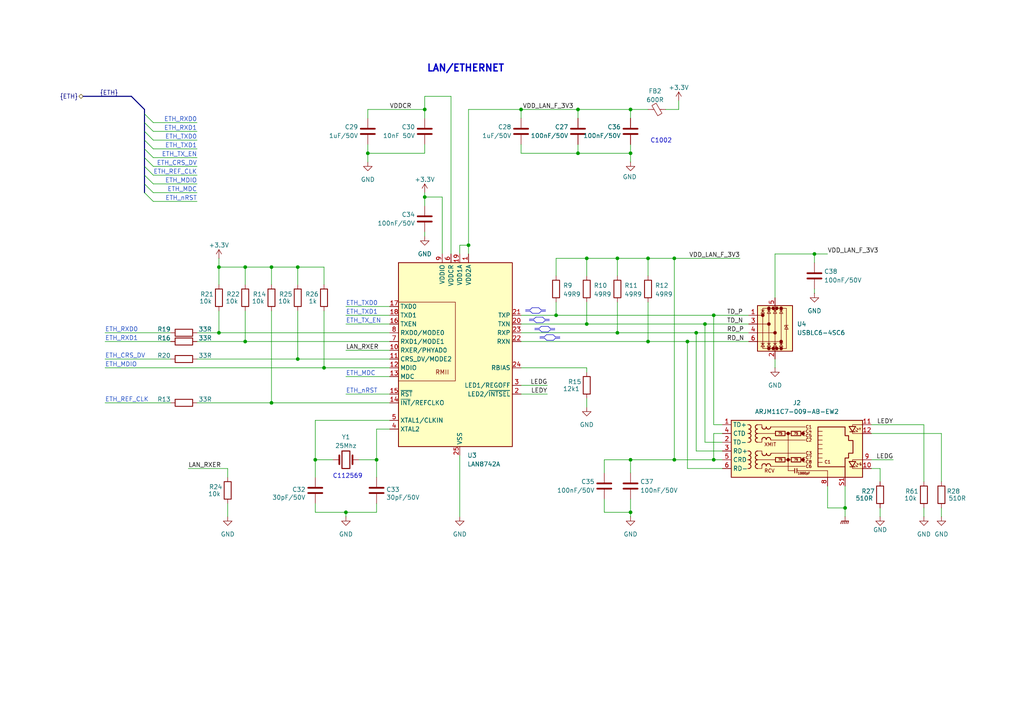
<source format=kicad_sch>
(kicad_sch (version 20250114) (generator "eeschema") (generator_version "9.0")
  (paper "A4")
  (lib_symbols
    (symbol "1-Capacitor:C_0805" (pin_numbers (hide yes)) (pin_names (offset 0.254))
      (property "Reference" "C" (at 0.635 2.54 0))
      (property "Value" "C_0805" (at 0.635 -2.54 0))
      (symbol "C_0805_0_1"
        (polyline (pts (xy -2.032 0.762) (xy 2.032 0.762)) (stroke (width 0.508)))
        (polyline (pts (xy -2.032 -0.762) (xy 2.032 -0.762)) (stroke (width 0.508)))
      )
      (symbol "C_0805_1_1"
        (pin passive line (at 0 3.81 270) (length 2.794) (name "~") (number "1"))
        (pin passive line (at 0 -3.81 90) (length 2.794) (name "~") (number "2"))
      )
    )
    (symbol "Device:Crystal" (pin_numbers (hide yes)) (pin_names (offset 1.016) (hide yes))
      (property "Reference" "Y" (at 0 3.81 0))
      (property "Value" "Crystal" (at 0 -3.81 0))
      (symbol "Crystal_0_1"
        (polyline (pts (xy -2.54 0) (xy -1.905 0)))
        (polyline (pts (xy -1.905 -1.27) (xy -1.905 1.27)) (stroke (width 0.508)))
        (rectangle (start -1.143 2.54) (end 1.143 -2.54) (stroke (width 0.3048)))
        (polyline (pts (xy 1.905 -1.27) (xy 1.905 1.27)) (stroke (width 0.508)))
        (polyline (pts (xy 2.54 0) (xy 1.905 0)))
      )
      (symbol "Crystal_1_1"
        (pin passive line (at -3.81 0 0) (length 1.27) (name "1") (number "1"))
        (pin passive line (at 3.81 0 180) (length 1.27) (name "2") (number "2"))
      )
    )
    (symbol "Device:FerriteBead_Small" (pin_numbers (hide yes)) (pin_names (offset 0))
      (property "Reference" "FB" (at 1.905 1.27 0))
      (property "Value" "FerriteBead_Small" (at 1.905 -1.27 0))
      (symbol "FerriteBead_Small_0_1"
        (polyline (pts (xy -1.8288 0.2794) (xy -1.1176 1.4986) (xy 1.8288 -0.2032) (xy 1.1176 -1.4224) (xy -1.8288 0.2794)))
        (polyline (pts (xy 0 0.889) (xy 0 1.2954)))
        (polyline (pts (xy 0 -1.27) (xy 0 -0.7874)))
      )
      (symbol "FerriteBead_Small_1_1"
        (pin passive line (at 0 2.54 270) (length 1.27) (name "~") (number "1"))
        (pin passive line (at 0 -2.54 90) (length 1.27) (name "~") (number "2"))
      )
    )
    (symbol "Device:R" (pin_numbers (hide yes)) (pin_names (offset 0))
      (property "Reference" "R" (at 2.032 0 90))
      (property "Value" "R" (at 0 0 90))
      (symbol "R_0_1"
        (rectangle (start -1.016 -2.54) (end 1.016 2.54) (stroke (width 0.254)))
      )
      (symbol "R_1_1"
        (pin passive line (at 0 3.81 270) (length 1.27) (name "~") (number "1"))
        (pin passive line (at 0 -3.81 90) (length 1.27) (name "~") (number "2"))
      )
    )
    (symbol "Interface_Ethernet:LAN8742A"
      (property "Reference" "U" (at -13.97 29.21 0))
      (property "Value" "LAN8742A" (at 15.24 29.21 0))
      (symbol "LAN8742A_0_0"
        (text "RMII" (at -5.08 -3.81 0) (effects (font (size 1.27 1.27))))
      )
      (symbol "LAN8742A_0_1"
        (rectangle (start -17.78 27.94) (end 15.24 -25.4) (stroke (width 0.254)) (fill (type background)))
        (polyline (pts (xy -17.78 -6.35) (xy -1.27 -6.35) (xy -1.27 16.51) (xy -17.78 16.51)))
      )
      (symbol "LAN8742A_1_1"
        (pin input line (at -20.32 15.24 0) (length 2.54) (name "TXD0") (number "17"))
        (pin input line (at -20.32 12.7 0) (length 2.54) (name "TXD1") (number "18"))
        (pin input line (at -20.32 10.16 0) (length 2.54) (name "TXEN") (number "16"))
        (pin bidirectional line (at -20.32 7.62 0) (length 2.54) (name "RXD0/MODE0") (number "8"))
        (pin bidirectional line (at -20.32 5.08 0) (length 2.54) (name "RXD1/MODE1") (number "7"))
        (pin output line (at -20.32 2.54 0) (length 2.54) (name "RXER/PHYAD0") (number "10"))
        (pin bidirectional line (at -20.32 0 0) (length 2.54) (name "CRS_DV/MODE2") (number "11"))
        (pin bidirectional line (at -20.32 -2.54 0) (length 2.54) (name "MDIO") (number "12"))
        (pin input line (at -20.32 -5.08 0) (length 2.54) (name "MDC") (number "13"))
        (pin input line (at -20.32 -10.16 0) (length 2.54) (name "~{RST}") (number "15"))
        (pin output line (at -20.32 -12.7 0) (length 2.54) (name "~{INT}/REFCLKO") (number "14"))
        (pin input line (at -20.32 -17.78 0) (length 2.54) (name "XTAL1/CLKIN") (number "5"))
        (pin output line (at -20.32 -20.32 0) (length 2.54) (name "XTAL2") (number "4"))
        (pin power_in line (at -5.08 30.48 270) (length 2.54) (name "VDDIO") (number "9"))
        (pin power_in line (at -2.54 30.48 270) (length 2.54) (name "VDDCR") (number "6"))
        (pin power_in line (at 0 30.48 270) (length 2.54) (name "VDD1A") (number "19"))
        (pin power_in line (at 0 -27.94 90) (length 2.54) (name "VSS") (number "25"))
        (pin power_in line (at 2.54 30.48 270) (length 2.54) (name "VDD2A") (number "1"))
        (pin passive line (at 17.78 12.7 180) (length 2.54) (name "TXP") (number "21"))
        (pin passive line (at 17.78 10.16 180) (length 2.54) (name "TXN") (number "20"))
        (pin passive line (at 17.78 7.62 180) (length 2.54) (name "RXP") (number "23"))
        (pin passive line (at 17.78 5.08 180) (length 2.54) (name "RXN") (number "22"))
        (pin passive line (at 17.78 -2.54 180) (length 2.54) (name "RBIAS") (number "24"))
        (pin bidirectional line (at 17.78 -7.62 180) (length 2.54) (name "LED1/REGOFF") (number "3"))
        (pin bidirectional line (at 17.78 -10.16 180) (length 2.54) (name "LED2/~{INTSEL}") (number "2"))
      )
    )
    (symbol "LIB_SCH_COM:ARJM11C7-009-AB-EW2"
      (property "Reference" "J" (at 17.78 10.16 0))
      (property "Value" "ARJM11C7-009-AB-EW2" (at -6.35 10.16 0))
      (symbol "ARJM11C7-009-AB-EW2_0_0"
        (circle (center -1.27 5.08) (radius 0.0001) (stroke (width 0.508)))
        (polyline (pts (xy -1.27 5.08) (xy -1.27 -5.715)))
        (circle (center -1.27 -2.54) (radius 0.0001) (stroke (width 0.508)))
        (polyline (pts (xy 0.635 -5.08) (xy 0.635 -6.35)) (stroke (width 0.254)))
        (polyline (pts (xy 1.27 -5.08) (xy 1.27 -6.35)) (stroke (width 0.254)))
        (polyline (pts (xy 3.048 5.08) (xy 2.54 5.08)))
        (circle (center 3.048 5.08) (radius 0.0001) (stroke (width 0.508)))
        (polyline (pts (xy 3.048 -2.54) (xy 2.54 -2.54)))
        (circle (center 3.048 -2.54) (radius 0.0001) (stroke (width 0.508)))
        (polyline (pts (xy 3.683 5.715) (xy 3.048 5.715) (xy 3.048 4.445) (xy 3.683 4.445)))
        (polyline (pts (xy 3.683 -1.905) (xy 3.048 -1.905) (xy 3.048 -3.175) (xy 3.683 -3.175)))
        (polyline (pts (xy 17.399 7.112) (xy 17.399 7.62) (xy 20.32 7.62)))
        (polyline (pts (xy 17.399 -3.048) (xy 17.399 -2.54) (xy 20.32 -2.54)))
        (polyline (pts (xy 20.32 5.08) (xy 17.399 5.08) (xy 17.399 5.588)))
        (polyline (pts (xy 20.32 -5.08) (xy 17.399 -5.08) (xy 17.399 -4.572)))
        (text "XMIT" (at -8.255 1.905 0) (effects (font (size 1.016 1.016)) (justify left)))
        (text "RCV" (at -8.255 -5.715 0) (effects (font (size 1.016 1.016)) (justify left)))
        (text "C1" (at 4.699 6.985 0) (effects (font (size 0.889 0.889))))
        (text "C4" (at 4.699 5.715 0) (effects (font (size 0.889 0.889))))
        (text "C5" (at 4.699 4.445 0) (effects (font (size 0.889 0.889))))
        (text "C2" (at 4.699 3.175 0) (effects (font (size 0.889 0.889))))
        (text "C3" (at 4.699 -0.635 0) (effects (font (size 0.889 0.889))))
        (text "C7" (at 4.699 -1.905 0) (effects (font (size 0.889 0.889))))
        (text "C8" (at 4.699 -3.175 0) (effects (font (size 0.889 0.889))))
        (text "C6" (at 4.699 -4.445 0) (effects (font (size 0.889 0.889))))
        (text "C1" (at 10.16 -3.175 0) (effects (font (size 0.889 0.889))))
      )
      (symbol "ARJM11C7-009-AB-EW2_0_1"
        (rectangle (start -17.78 8.89) (end 20.32 -7.62) (stroke (width 0.254)) (fill (type background)))
        (polyline (pts (xy -12.7 7.62) (xy -13.081 7.62)))
        (polyline (pts (xy -12.7 5.08) (xy -13.081 5.08)))
        (polyline (pts (xy -12.7 2.54) (xy -13.081 2.54)))
        (polyline (pts (xy -12.7 0) (xy -13.081 0)))
        (polyline (pts (xy -12.7 -2.54) (xy -13.081 -2.54)))
        (polyline (pts (xy -12.7 -5.08) (xy -13.081 -5.08)))
        (polyline (pts (xy -10.16 7.62) (xy -8.89 7.62) (xy -8.89 6.985)))
        (polyline (pts (xy -10.16 0) (xy -8.89 0) (xy -8.89 -0.635)))
        (polyline (pts (xy -8.89 3.175) (xy -8.89 2.54) (xy -10.16 2.54)))
        (polyline (pts (xy -8.89 -4.445) (xy -8.89 -5.08) (xy -10.16 -5.08)))
        (polyline (pts (xy -6.35 6.985) (xy 3.683 6.985)))
        (polyline (pts (xy -6.35 3.175) (xy 3.683 3.175)))
        (polyline (pts (xy -6.35 -4.445) (xy 3.683 -4.445)))
        (polyline (pts (xy -6.223 -0.635) (xy 3.683 -0.635)))
        (polyline (pts (xy -5.08 -2.54) (xy -10.16 -2.54)))
        (polyline (pts (xy -4.953 5.08) (xy -10.16 5.08)))
        (polyline (pts (xy -2.159 5.08) (xy -0.381 5.08)))
        (polyline (pts (xy -2.159 -2.54) (xy -0.381 -2.54)))
        (polyline (pts (xy 0.635 -5.715) (xy -1.27 -5.715)))
        (polyline (pts (xy 7.366 3.175) (xy 8.636 3.175)))
        (polyline (pts (xy 7.366 1.905) (xy 8.636 1.905)))
        (polyline (pts (xy 7.366 0.635) (xy 8.636 0.635)))
        (polyline (pts (xy 7.366 -0.762) (xy 8.636 -0.762)))
        (polyline (pts (xy 7.366 -2.032) (xy 8.636 -2.032)))
        (polyline (pts (xy 8.636 5.715) (xy 7.366 5.715)))
        (polyline (pts (xy 8.636 4.445) (xy 7.366 4.445)))
        (polyline (pts (xy 8.636 -3.302) (xy 7.366 -3.302)))
        (polyline (pts (xy 10.16 -5.715) (xy 1.27 -5.715)))
        (polyline (pts (xy 10.16 -5.715) (xy 10.16 -7.62)))
      )
      (symbol "ARJM11C7-009-AB-EW2_1_0"
        (text "1000pF" (at 3.302 -6.477 0) (effects (font (size 0.635 0.635))))
      )
      (symbol "ARJM11C7-009-AB-EW2_1_1"
        (arc (start -12.7 0) (mid -12.0677 -0.635) (end -12.7 -1.27) (stroke (width 0.254)))
        (arc (start -12.6973 7.62) (mid -12.065 6.985) (end -12.6973 6.35) (stroke (width 0.254)))
        (arc (start -12.6973 -1.27) (mid -12.065 -1.905) (end -12.6973 -2.54) (stroke (width 0.254)))
        (arc (start -12.6973 -2.54) (mid -12.065 -3.175) (end -12.6973 -3.81) (stroke (width 0.254)))
        (arc (start -12.6973 -3.81) (mid -12.065 -4.445) (end -12.6973 -5.08) (stroke (width 0.254)))
        (arc (start -12.6946 6.35) (mid -12.0623 5.715) (end -12.6946 5.08) (stroke (width 0.254)))
        (arc (start -12.6946 5.08) (mid -12.0623 4.445) (end -12.6946 3.81) (stroke (width 0.254)))
        (arc (start -12.6946 3.81) (mid -12.0623 3.175) (end -12.6946 2.54) (stroke (width 0.254)))
        (arc (start -10.1654 6.35) (mid -10.7977 6.985) (end -10.1654 7.62) (stroke (width 0.254)))
        (arc (start -10.1654 5.08) (mid -10.7977 5.715) (end -10.1654 6.35) (stroke (width 0.254)))
        (arc (start -10.1654 3.81) (mid -10.7977 4.445) (end -10.1654 5.08) (stroke (width 0.254)))
        (arc (start -10.1654 -1.27) (mid -10.7977 -0.635) (end -10.1654 0) (stroke (width 0.254)))
        (arc (start -10.1654 -2.54) (mid -10.7977 -1.905) (end -10.1654 -1.27) (stroke (width 0.254)))
        (arc (start -10.1654 -3.81) (mid -10.7977 -3.175) (end -10.1654 -2.54) (stroke (width 0.254)))
        (arc (start -10.1627 2.54) (mid -10.795 3.175) (end -10.1627 3.81) (stroke (width 0.254)))
        (arc (start -10.1627 -5.08) (mid -10.795 -4.445) (end -10.1627 -3.81) (stroke (width 0.254)))
        (arc (start -7.62 6.9823) (mid -8.255 6.35) (end -8.89 6.9823) (stroke (width 0.254)))
        (arc (start -8.89 3.3047) (mid -8.255 3.937) (end -7.62 3.3047) (stroke (width 0.254)))
        (arc (start -8.89 -4.3153) (mid -8.255 -3.683) (end -7.62 -4.3153) (stroke (width 0.254)))
        (arc (start -7.5565 -0.7012) (mid -8.1915 -1.3335) (end -8.8265 -0.7012) (stroke (width 0.254)))
        (arc (start -6.35 6.985) (mid -6.985 6.3527) (end -7.62 6.985) (stroke (width 0.254)))
        (arc (start -7.62 3.3074) (mid -6.985 3.9397) (end -6.35 3.3074) (stroke (width 0.254)))
        (arc (start -7.62 -4.3126) (mid -6.985 -3.6803) (end -6.35 -4.3126) (stroke (width 0.254)))
        (arc (start -6.2865 -0.6985) (mid -6.9215 -1.3308) (end -7.5565 -0.6985) (stroke (width 0.254)))
        (rectangle (start -4.953 5.715) (end -2.159 4.445) (stroke (width 0.254)))
        (rectangle (start -4.953 -1.905) (end -2.159 -3.175) (stroke (width 0.254)))
        (rectangle (start -0.381 5.715) (end 2.413 4.445) (stroke (width 0.254)))
        (rectangle (start -0.381 -1.905) (end 2.413 -3.175) (stroke (width 0.254)))
        (polyline (pts (xy 7.366 -4.572) (xy 7.366 6.985) (xy 15.24 6.985) (xy 15.24 4.445) (xy 16.256 4.445) (xy 16.256 3.048) (xy 17.526 3.048) (xy 17.526 -0.635) (xy 16.256 -0.635) (xy 16.256 -2.032) (xy 15.24 -2.032) (xy 15.24 -4.572) (xy 7.366 -4.572)) (stroke (width 0.254)))
        (polyline (pts (xy 15.24 -7.62) (xy 15.24 -4.572)) (stroke (width 0.254)))
        (polyline (pts (xy 18.161 5.588) (xy 16.637 5.588)) (stroke (width 0.254)))
        (polyline (pts (xy 18.161 -4.572) (xy 16.637 -4.572)) (stroke (width 0.254)))
        (polyline (pts (xy 18.288 7.112) (xy 16.383 7.112) (xy 17.399 5.588) (xy 18.288 7.112)) (stroke (width 0.254)))
        (polyline (pts (xy 18.288 6.096) (xy 18.796 5.588) (xy 18.542 5.588)))
        (polyline (pts (xy 18.288 -3.048) (xy 16.383 -3.048) (xy 17.399 -4.572) (xy 18.288 -3.048)) (stroke (width 0.254)))
        (polyline (pts (xy 18.288 -4.064) (xy 18.796 -4.572) (xy 18.542 -4.572)))
        (polyline (pts (xy 18.542 6.731) (xy 19.05 6.223) (xy 18.796 6.223)))
        (polyline (pts (xy 18.542 -3.429) (xy 19.05 -3.937) (xy 18.796 -3.937)))
        (polyline (pts (xy 18.796 5.588) (xy 18.796 5.842)))
        (polyline (pts (xy 18.796 -4.572) (xy 18.796 -4.318)))
        (polyline (pts (xy 19.05 6.223) (xy 19.05 6.477)))
        (polyline (pts (xy 19.05 -3.937) (xy 19.05 -3.683)))
        (text "75" (at -3.556 5.08 0) (effects (font (size 0.635 0.635))))
        (text "75" (at -3.556 -2.54 0) (effects (font (size 0.635 0.635))))
        (text "75" (at 1.016 5.08 0) (effects (font (size 0.635 0.635))))
        (text "75" (at 1.016 -2.54 0) (effects (font (size 0.635 0.635))))
        (text "Y" (at 19.558 6.35 0) (effects (font (size 0.635 0.635))))
        (text "G" (at 19.685 -3.81 0) (effects (font (size 0.635 0.635))))
        (pin passive line (at -20.32 7.62 0) (length 2.54) (name "TD+") (number "1"))
        (pin passive line (at -20.32 5.08 0) (length 2.54) (name "CTD") (number "4"))
        (pin passive line (at -20.32 2.54 0) (length 2.54) (name "TD-") (number "2"))
        (pin passive line (at -20.32 0 0) (length 2.54) (name "RD+") (number "3"))
        (pin passive line (at -20.32 -2.54 0) (length 2.54) (name "CRD") (number "5"))
        (pin passive line (at -20.32 -5.08 0) (length 2.54) (name "RD-") (number "6"))
        (pin power_in line (at 10.16 -10.16 90) (length 2.54) (name "") (number "8"))
        (pin passive line (at 15.24 -10.16 90) (length 2.54) (name "") (number "S1"))
        (pin passive line (at 15.24 -10.16 90) (length 2.54) (hide yes) (name "") (number "S2"))
        (pin no_connect line (at 20.32 0 0) (length 0) (hide yes) (name "NC") (number "7"))
        (pin passive line (at 22.86 7.62 180) (length 2.54) (name "") (number "11"))
        (pin passive line (at 22.86 5.08 180) (length 2.54) (name "") (number "12"))
        (pin passive line (at 22.86 -2.54 180) (length 2.54) (name "") (number "9"))
        (pin passive line (at 22.86 -5.08 180) (length 2.54) (name "") (number "10"))
      )
    )
    (symbol "Power_Protection:USBLC6-4SC6" (pin_names (hide yes))
      (property "Reference" "U" (at 1.27 9.525 0))
      (property "Value" "USBLC6-4SC6" (at 1.27 6.985 0))
      (symbol "USBLC6-4SC6_0_0"
        (circle (center -3.556 2.54) (radius 0.0001) (stroke (width 0.508)))
        (circle (center -1.778 4.572) (radius 0.0001) (stroke (width 0.508)))
        (circle (center -1.778 0) (radius 0.0001) (stroke (width 0.508)))
        (circle (center -1.778 -7.112) (radius 0.0001) (stroke (width 0.508)))
        (circle (center -0.508 4.572) (radius 0.0001) (stroke (width 0.508)))
        (circle (center -0.508 -7.112) (radius 0.0001) (stroke (width 0.508)))
        (circle (center 0 -2.54) (radius 0.0001) (stroke (width 0.508)))
        (circle (center 0.508 4.572) (radius 0.0001) (stroke (width 0.508)))
        (circle (center 0.508 -7.112) (radius 0.0001) (stroke (width 0.508)))
        (circle (center 1.778 4.572) (radius 0.0001) (stroke (width 0.508)))
        (circle (center 1.778 -5.08) (radius 0.0001) (stroke (width 0.508)))
        (circle (center 1.778 -7.112) (radius 0.0001) (stroke (width 0.508)))
      )
      (symbol "USBLC6-4SC6_0_1"
        (polyline (pts (xy -5.08 2.54) (xy -3.556 2.54)))
        (polyline (pts (xy -5.08 0) (xy -1.778 0)))
        (polyline (pts (xy -5.08 -2.54) (xy 0 -2.54)))
        (polyline (pts (xy -5.08 -5.08) (xy 1.778 -5.08)))
        (polyline (pts (xy -4.064 3.048) (xy -3.048 3.048) (xy -3.556 4.064) (xy -4.064 3.048)))
        (polyline (pts (xy -4.064 -5.588) (xy -3.048 -5.588)))
        (polyline (pts (xy -3.048 4.064) (xy -4.064 4.064)))
        (polyline (pts (xy -3.048 -6.604) (xy -4.064 -6.604) (xy -3.556 -5.588) (xy -3.048 -6.604)))
        (polyline (pts (xy -2.286 4.064) (xy -1.27 4.064)))
        (polyline (pts (xy -2.286 -5.588) (xy -1.27 -5.588)))
        (polyline (pts (xy -1.27 3.048) (xy -2.286 3.048) (xy -1.778 4.064) (xy -1.27 3.048)))
        (polyline (pts (xy -1.27 -6.604) (xy -2.286 -6.604) (xy -1.778 -5.588) (xy -1.27 -6.604)))
        (polyline (pts (xy -0.508 3.048) (xy 0.508 3.048) (xy 0 4.064) (xy -0.508 3.048)))
        (polyline (pts (xy -0.508 -5.588) (xy 0.508 -5.588)))
        (polyline (pts (xy -0.508 -6.604) (xy 0.508 -6.604) (xy 0 -5.588) (xy -0.508 -6.604)))
        (polyline (pts (xy 0 5.08) (xy 0.508 4.572)))
        (polyline (pts (xy 0.508 4.064) (xy -0.508 4.064)))
        (polyline (pts (xy 0.508 -7.112) (xy -0.508 -7.112)))
        (polyline (pts (xy 1.27 4.064) (xy 2.286 4.064)))
        (polyline (pts (xy 1.27 -6.604) (xy 2.286 -6.604) (xy 1.778 -5.588) (xy 1.27 -6.604)))
        (polyline (pts (xy 1.778 4.572) (xy 3.302 4.572) (xy 3.302 -7.112) (xy 1.778 -7.112)))
        (polyline (pts (xy 2.286 3.048) (xy 1.27 3.048) (xy 1.778 4.064) (xy 2.286 3.048)))
        (polyline (pts (xy 2.286 -5.588) (xy 1.27 -5.588)))
        (polyline (pts (xy 2.794 -0.762) (xy 2.794 -0.381) (xy 3.81 -0.381)))
        (polyline (pts (xy 3.81 -1.524) (xy 2.794 -1.524) (xy 3.302 -0.508) (xy 3.81 -1.524)))
      )
      (symbol "USBLC6-4SC6_1_1"
        (rectangle (start -5.08 5.334) (end 5.08 -7.874) (stroke (width 0.254)) (fill (type background)))
        (polyline (pts (xy -1.778 4.572) (xy -3.556 4.572) (xy -3.556 -7.112) (xy -1.778 -7.112)))
        (polyline (pts (xy -0.508 4.572) (xy 1.778 4.572) (xy 1.778 -7.112) (xy 0.508 -7.112)))
        (polyline (pts (xy 0 -7.62) (xy -0.508 -7.112) (xy -1.778 -7.112) (xy -1.778 4.572) (xy -0.508 4.572)))
        (polyline (pts (xy 0.508 -7.112) (xy 0 -6.604) (xy 0 4.064) (xy -0.508 4.572)))
        (pin passive line (at -7.62 2.54 0) (length 2.54) (name "I/O1") (number "1"))
        (pin passive line (at -7.62 0 0) (length 2.54) (name "I/O2") (number "3"))
        (pin passive line (at -7.62 -2.54 0) (length 2.54) (name "I/O3") (number "4"))
        (pin passive line (at -7.62 -5.08 0) (length 2.54) (name "I/O4") (number "6"))
        (pin passive line (at 0 7.62 270) (length 2.54) (name "VBUS") (number "5"))
        (pin passive line (at 0 -10.16 90) (length 2.54) (name "GND") (number "2"))
      )
    )
    (symbol "power:+3.3V" (power) (pin_numbers (hide yes)) (pin_names (offset 0) (hide yes))
      (property "Value" "+3.3V" (at 0 3.556 0))
      (symbol "+3.3V_0_1"
        (polyline (pts (xy -0.762 1.27) (xy 0 2.54)))
        (polyline (pts (xy 0 2.54) (xy 0.762 1.27)))
        (polyline (pts (xy 0 0) (xy 0 2.54)))
      )
      (symbol "+3.3V_1_1"
        (pin power_in line (at 0 0 90) (length 0) (name "~") (number "1"))
      )
    )
    (symbol "power:GND" (power) (pin_numbers (hide yes)) (pin_names (offset 0) (hide yes))
      (property "Value" "GND" (at 0 -3.81 0))
      (symbol "GND_0_1"
        (polyline (pts (xy 0 0) (xy 0 -1.27) (xy 1.27 -1.27) (xy 0 -2.54) (xy -1.27 -1.27) (xy 0 -1.27)))
      )
      (symbol "GND_1_1"
        (pin power_in line (at 0 0 270) (length 0) (name "~") (number "1"))
      )
    )
    (symbol "power:GNDPWR" (power) (pin_numbers (hide yes)) (pin_names (offset 0) (hide yes))
      (property "Value" "GNDPWR" (at 0 -3.302 0))
      (symbol "GNDPWR_0_1"
        (polyline (pts (xy -1.016 -1.27) (xy -1.27 -2.032) (xy -1.27 -2.032)) (stroke (width 0.2032)))
        (polyline (pts (xy -0.508 -1.27) (xy -0.762 -2.032) (xy -0.762 -2.032)) (stroke (width 0.2032)))
        (polyline (pts (xy 0 -1.27) (xy 0 0)))
        (polyline (pts (xy 0 -1.27) (xy -0.254 -2.032) (xy -0.254 -2.032)) (stroke (width 0.2032)))
        (polyline (pts (xy 0.508 -1.27) (xy 0.254 -2.032) (xy 0.254 -2.032)) (stroke (width 0.2032)))
        (polyline (pts (xy 1.016 -1.27) (xy -1.016 -1.27) (xy -1.016 -1.27)) (stroke (width 0.2032)))
        (polyline (pts (xy 1.016 -1.27) (xy 0.762 -2.032) (xy 0.762 -2.032) (xy 0.762 -2.032)) (stroke (width 0.2032)))
      )
      (symbol "GNDPWR_1_1"
        (pin power_in line (at 0 0 270) (length 0) (name "~") (number "1"))
      )
    )
  )
  (text "LAN/ETHERNET" (at 123.698 21.082 0) (effects (font (size 2 2) (thickness 0.4) (bold yes)) (justify left bottom)))
  (text "C1002" (at 191.77 40.894 0) (effects (font (size 1.27 1.27))))
  (text "C112569" (at 100.838 138.176 0) (effects (font (size 1.27 1.27))))
  (junction (at 179.07 74.93))
  (junction (at 167.64 44.45))
  (junction (at 63.5 96.52))
  (junction (at 170.18 74.93))
  (junction (at 78.74 77.47))
  (junction (at 170.18 93.98))
  (junction (at 100.33 148.59))
  (junction (at 161.29 91.44))
  (junction (at 179.07 96.52))
  (junction (at 71.12 77.47))
  (junction (at 93.98 106.68))
  (junction (at 245.11 147.32))
  (junction (at 182.88 44.45))
  (junction (at 182.88 148.59))
  (junction (at 167.64 31.75))
  (junction (at 207.01 91.44))
  (junction (at 187.96 99.06))
  (junction (at 78.74 116.84))
  (junction (at 86.36 77.47))
  (junction (at 187.96 74.93))
  (junction (at 204.47 93.98))
  (junction (at 71.12 99.06))
  (junction (at 236.22 73.66))
  (junction (at 123.19 57.15))
  (junction (at 91.44 133.35))
  (junction (at 63.5 77.47))
  (junction (at 201.93 96.52))
  (junction (at 195.58 133.35))
  (junction (at 199.39 99.06))
  (junction (at 182.88 31.75))
  (junction (at 135.89 71.12))
  (junction (at 109.22 133.35))
  (junction (at 106.68 44.45))
  (junction (at 123.19 31.75))
  (junction (at 86.36 104.14))
  (junction (at 151.13 31.75))
  (junction (at 207.01 133.35))
  (junction (at 182.88 133.35))
  (junction (at 195.58 74.93))
  (bus_entry (at 41.91 40.64) (size 2.54 2.54))
  (bus_entry (at 41.91 38.1) (size 2.54 2.54))
  (bus_entry (at 41.91 48.26) (size 2.54 2.54))
  (bus_entry (at 41.91 35.56) (size 2.54 2.54))
  (bus_entry (at 41.91 50.8) (size 2.54 2.54))
  (bus_entry (at 41.91 55.88) (size 2.54 2.54))
  (bus_entry (at 41.91 43.18) (size 2.54 2.54))
  (bus_entry (at 41.91 53.34) (size 2.54 2.54))
  (bus_entry (at 41.91 45.72) (size 2.54 2.54))
  (bus_entry (at 41.91 33.02) (size 2.54 2.54))
  (bus (pts (xy 41.91 38.1) (xy 41.91 40.64)))
  (polyline (pts (xy 158.561 98.7002) (xy 157.9171 98.0563)))
  (bus (pts (xy 41.91 35.56) (xy 41.91 38.1)))
  (wire (pts (xy 252.73 125.73) (xy 273.05 125.73)))
  (polyline (pts (xy 155.4304 91.9667) (xy 157.3746 91.9667)))
  (bus (pts (xy 38.1 27.94) (xy 24.13 27.94)))
  (bus (pts (xy 41.91 31.75) (xy 38.1 27.94)))
  (wire (pts (xy 123.19 57.15) (xy 123.19 55.88)))
  (bus (pts (xy 41.91 40.64) (xy 41.91 43.18)))
  (wire (pts (xy 151.13 111.76) (xy 158.75 111.76)))
  (wire (pts (xy 91.44 121.92) (xy 91.44 133.35)))
  (wire (pts (xy 209.55 135.89) (xy 199.39 135.89)))
  (polyline (pts (xy 161.1038 98.1016) (xy 160.5052 98.7002)))
  (wire (pts (xy 100.33 148.59) (xy 109.22 148.59)))
  (wire (pts (xy 123.19 27.94) (xy 130.81 27.94)))
  (wire (pts (xy 167.64 41.91) (xy 167.64 44.45)))
  (wire (pts (xy 187.96 74.93) (xy 179.07 74.93)))
  (wire (pts (xy 123.19 41.91) (xy 123.19 44.45)))
  (wire (pts (xy 175.26 133.35) (xy 175.26 137.16)))
  (wire (pts (xy 182.88 133.35) (xy 182.88 137.16)))
  (wire (pts (xy 273.05 125.73) (xy 273.05 139.7)))
  (wire (pts (xy 161.29 91.44) (xy 151.13 91.44)))
  (polyline (pts (xy 154.8318 92.5653) (xy 155.4304 91.9667)))
  (polyline (pts (xy 159.3465 92.9905) (xy 158.0765 92.9905)))
  (wire (pts (xy 66.04 146.05) (xy 66.04 149.86)))
  (wire (pts (xy 224.79 73.66) (xy 224.79 86.36)))
  (polyline (pts (xy 157.0069 94.6298) (xy 158.9511 94.6298)))
  (polyline (pts (xy 154.8043 92.5653) (xy 154.8318 92.5653)))
  (wire (pts (xy 240.03 140.97) (xy 240.03 147.32)))
  (polyline (pts (xy 153.758 90.2291) (xy 152.4639 90.2291)))
  (wire (pts (xy 182.88 148.59) (xy 182.88 149.86)))
  (wire (pts (xy 93.98 106.68) (xy 113.03 106.68)))
  (wire (pts (xy 201.93 130.81) (xy 201.93 96.52)))
  (wire (pts (xy 133.35 71.12) (xy 133.35 73.66)))
  (wire (pts (xy 179.07 96.52) (xy 151.13 96.52)))
  (wire (pts (xy 57.15 104.14) (xy 86.36 104.14)))
  (wire (pts (xy 207.01 125.73) (xy 207.01 133.35)))
  (wire (pts (xy 214.63 74.93) (xy 195.58 74.93)))
  (wire (pts (xy 106.68 41.91) (xy 106.68 44.45)))
  (polyline (pts (xy 156.3808 95.2284) (xy 156.4083 95.2284)))
  (wire (pts (xy 106.68 31.75) (xy 106.68 34.29)))
  (wire (pts (xy 170.18 107.95) (xy 170.18 106.68)))
  (wire (pts (xy 151.13 93.98) (xy 170.18 93.98)))
  (wire (pts (xy 182.88 41.91) (xy 182.88 44.45)))
  (wire (pts (xy 195.58 74.93) (xy 195.58 133.35)))
  (wire (pts (xy 104.14 133.35) (xy 109.22 133.35)))
  (wire (pts (xy 151.13 99.06) (xy 187.96 99.06)))
  (wire (pts (xy 100.33 114.3) (xy 113.03 114.3)))
  (polyline (pts (xy 156.4083 95.2284) (xy 157.0069 94.6298)))
  (wire (pts (xy 240.03 147.32) (xy 245.11 147.32)))
  (polyline (pts (xy 158.9511 94.6298) (xy 159.595 95.2737)))
  (wire (pts (xy 71.12 77.47) (xy 78.74 77.47)))
  (bus (pts (xy 41.91 43.18) (xy 41.91 45.72)))
  (polyline (pts (xy 157.0827 96.2522) (xy 156.4388 95.6083)))
  (wire (pts (xy 236.22 83.82) (xy 236.22 85.09)))
  (wire (pts (xy 179.07 74.93) (xy 179.07 80.01)))
  (polyline (pts (xy 159.653 95.6536) (xy 159.6255 95.6536)))
  (wire (pts (xy 161.29 74.93) (xy 161.29 80.01)))
  (wire (pts (xy 123.19 57.15) (xy 128.27 57.15)))
  (wire (pts (xy 151.13 34.29) (xy 151.13 31.75)))
  (wire (pts (xy 207.01 91.44) (xy 217.17 91.44)))
  (wire (pts (xy 182.88 31.75) (xy 182.88 34.29)))
  (wire (pts (xy 167.64 31.75) (xy 182.88 31.75)))
  (wire (pts (xy 199.39 135.89) (xy 199.39 99.06)))
  (wire (pts (xy 151.13 44.45) (xy 167.64 44.45)))
  (wire (pts (xy 57.15 48.26) (xy 44.45 48.26)))
  (polyline (pts (xy 156.623 98.0563) (xy 156.6167 98.0626)))
  (wire (pts (xy 57.15 38.1) (xy 44.45 38.1)))
  (wire (pts (xy 252.73 123.19) (xy 267.97 123.19)))
  (polyline (pts (xy 153.7 89.8492) (xy 153.7275 89.8492)))
  (wire (pts (xy 187.96 99.06) (xy 199.39 99.06)))
  (wire (pts (xy 78.74 116.84) (xy 113.03 116.84)))
  (wire (pts (xy 123.19 34.29) (xy 123.19 31.75)))
  (wire (pts (xy 57.15 53.34) (xy 44.45 53.34)))
  (wire (pts (xy 57.15 55.88) (xy 44.45 55.88)))
  (wire (pts (xy 93.98 90.17) (xy 93.98 106.68)))
  (polyline (pts (xy 158.4852 97.0778) (xy 160.4294 97.0778)))
  (polyline (pts (xy 152.4639 90.2291) (xy 152.4576 90.2354)))
  (wire (pts (xy 182.88 133.35) (xy 175.26 133.35)))
  (wire (pts (xy 182.88 148.59) (xy 175.26 148.59)))
  (polyline (pts (xy 153.5343 92.5653) (xy 154.8043 92.5653)))
  (wire (pts (xy 182.88 31.75) (xy 187.96 31.75)))
  (wire (pts (xy 199.39 99.06) (xy 217.17 99.06)))
  (wire (pts (xy 57.15 43.18) (xy 44.45 43.18)))
  (polyline (pts (xy 156.4388 95.6083) (xy 155.1447 95.6083)))
  (wire (pts (xy 196.85 31.75) (xy 193.04 31.75)))
  (wire (pts (xy 175.26 144.78) (xy 175.26 148.59)))
  (polyline (pts (xy 160.8891 95.2737) (xy 160.8954 95.2674)))
  (wire (pts (xy 109.22 124.46) (xy 109.22 133.35)))
  (wire (pts (xy 245.11 140.97) (xy 245.11 147.32)))
  (polyline (pts (xy 156.2703 89.2506) (xy 156.9142 89.8945)))
  (polyline (pts (xy 157.8591 97.6764) (xy 157.8866 97.6764)))
  (polyline (pts (xy 160.5052 98.7002) (xy 158.561 98.7002)))
  (polyline (pts (xy 159.0269 96.2522) (xy 157.0827 96.2522)))
  (wire (pts (xy 63.5 77.47) (xy 63.5 82.55)))
  (polyline (pts (xy 162.3674 97.7217) (xy 162.3737 97.7154)))
  (polyline (pts (xy 159.6255 95.6536) (xy 159.0269 96.2522)))
  (bus (pts (xy 41.91 53.34) (xy 41.91 55.88)))
  (wire (pts (xy 63.5 74.93) (xy 63.5 77.47)))
  (wire (pts (xy 252.73 133.35) (xy 259.08 133.35)))
  (wire (pts (xy 100.33 109.22) (xy 113.03 109.22)))
  (wire (pts (xy 151.13 114.3) (xy 158.75 114.3)))
  (wire (pts (xy 30.48 99.06) (xy 49.53 99.06)))
  (wire (pts (xy 57.15 40.64) (xy 44.45 40.64)))
  (wire (pts (xy 86.36 90.17) (xy 86.36 104.14)))
  (wire (pts (xy 245.11 147.32) (xy 245.11 149.86)))
  (wire (pts (xy 100.33 101.6) (xy 113.03 101.6)))
  (wire (pts (xy 78.74 82.55) (xy 78.74 77.47)))
  (wire (pts (xy 209.55 130.81) (xy 201.93 130.81)))
  (polyline (pts (xy 155.1447 95.6083) (xy 155.1384 95.6146)))
  (wire (pts (xy 224.79 73.66) (xy 236.22 73.66)))
  (polyline (pts (xy 154.4019 90.873) (xy 153.758 90.2291)))
  (polyline (pts (xy 156.9447 90.2744) (xy 156.3461 90.873)))
  (polyline (pts (xy 159.595 95.2737) (xy 160.8891 95.2737)))
  (wire (pts (xy 71.12 99.06) (xy 113.03 99.06)))
  (polyline (pts (xy 158.0765 92.9905) (xy 158.049 92.9905)))
  (wire (pts (xy 170.18 74.93) (xy 170.18 80.01)))
  (wire (pts (xy 86.36 104.14) (xy 113.03 104.14)))
  (wire (pts (xy 113.03 124.46) (xy 109.22 124.46)))
  (wire (pts (xy 57.15 50.8) (xy 44.45 50.8)))
  (wire (pts (xy 57.15 45.72) (xy 44.45 45.72)))
  (wire (pts (xy 100.33 149.86) (xy 100.33 148.59)))
  (wire (pts (xy 204.47 93.98) (xy 217.17 93.98)))
  (polyline (pts (xy 154.8623 92.9452) (xy 153.5682 92.9452)))
  (polyline (pts (xy 157.8866 97.6764) (xy 158.4852 97.0778)))
  (wire (pts (xy 207.01 123.19) (xy 207.01 91.44)))
  (wire (pts (xy 182.88 44.45) (xy 182.88 46.99)))
  (wire (pts (xy 135.89 31.75) (xy 135.89 71.12)))
  (polyline (pts (xy 160.4294 97.0778) (xy 161.0733 97.7217)))
  (polyline (pts (xy 156.9722 90.2744) (xy 156.9447 90.2744)))
  (wire (pts (xy 123.19 44.45) (xy 106.68 44.45)))
  (bus (pts (xy 41.91 31.75) (xy 41.91 33.02)))
  (wire (pts (xy 30.48 116.84) (xy 49.53 116.84)))
  (wire (pts (xy 123.19 27.94) (xy 123.19 31.75)))
  (wire (pts (xy 57.15 116.84) (xy 78.74 116.84)))
  (polyline (pts (xy 161.0733 97.7217) (xy 162.3674 97.7217)))
  (polyline (pts (xy 156.3461 90.873) (xy 154.4019 90.873)))
  (wire (pts (xy 133.35 132.08) (xy 133.35 149.86)))
  (polyline (pts (xy 154.3261 89.2506) (xy 156.2703 89.2506)))
  (wire (pts (xy 273.05 147.32) (xy 273.05 149.86)))
  (wire (pts (xy 66.04 138.43) (xy 66.04 135.89)))
  (polyline (pts (xy 158.2083 89.8945) (xy 158.2146 89.8882)))
  (polyline (pts (xy 155.1108 95.2284) (xy 156.3808 95.2284)))
  (wire (pts (xy 167.64 31.75) (xy 167.64 34.29)))
  (wire (pts (xy 161.29 91.44) (xy 207.01 91.44)))
  (polyline (pts (xy 157.3746 91.9667) (xy 158.0185 92.6106)))
  (wire (pts (xy 100.33 148.59) (xy 91.44 148.59)))
  (bus (pts (xy 41.91 48.26) (xy 41.91 50.8)))
  (wire (pts (xy 91.44 133.35) (xy 91.44 138.43)))
  (wire (pts (xy 93.98 82.55) (xy 93.98 77.47)))
  (wire (pts (xy 123.19 57.15) (xy 123.19 59.69)))
  (wire (pts (xy 30.48 96.52) (xy 49.53 96.52)))
  (wire (pts (xy 109.22 146.05) (xy 109.22 148.59)))
  (wire (pts (xy 179.07 74.93) (xy 170.18 74.93)))
  (wire (pts (xy 57.15 35.56) (xy 44.45 35.56)))
  (polyline (pts (xy 157.4504 93.5891) (xy 155.5062 93.5891)))
  (wire (pts (xy 267.97 147.32) (xy 267.97 149.86)))
  (wire (pts (xy 78.74 90.17) (xy 78.74 116.84)))
  (wire (pts (xy 123.19 67.31) (xy 123.19 68.58)))
  (polyline (pts (xy 160.923 95.6536) (xy 159.653 95.6536)))
  (wire (pts (xy 209.55 125.73) (xy 207.01 125.73)))
  (wire (pts (xy 170.18 93.98) (xy 170.18 87.63)))
  (wire (pts (xy 66.04 135.89) (xy 54.61 135.89)))
  (wire (pts (xy 224.79 104.14) (xy 224.79 106.68)))
  (wire (pts (xy 100.33 88.9) (xy 113.03 88.9)))
  (wire (pts (xy 113.03 121.92) (xy 91.44 121.92)))
  (wire (pts (xy 78.74 77.47) (xy 86.36 77.47)))
  (wire (pts (xy 179.07 96.52) (xy 201.93 96.52)))
  (wire (pts (xy 100.33 93.98) (xy 113.03 93.98)))
  (wire (pts (xy 151.13 41.91) (xy 151.13 44.45)))
  (wire (pts (xy 187.96 99.06) (xy 187.96 87.63)))
  (wire (pts (xy 135.89 73.66) (xy 135.89 71.12)))
  (polyline (pts (xy 156.9142 89.8945) (xy 158.2083 89.8945)))
  (bus (pts (xy 41.91 45.72) (xy 41.91 48.26)))
  (wire (pts (xy 161.29 87.63) (xy 161.29 91.44)))
  (wire (pts (xy 170.18 115.57) (xy 170.18 118.11)))
  (wire (pts (xy 236.22 73.66) (xy 236.22 76.2)))
  (wire (pts (xy 63.5 90.17) (xy 63.5 96.52)))
  (wire (pts (xy 151.13 31.75) (xy 135.89 31.75)))
  (polyline (pts (xy 156.5891 97.6764) (xy 157.8591 97.6764)))
  (wire (pts (xy 167.64 31.75) (xy 151.13 31.75)))
  (wire (pts (xy 182.88 144.78) (xy 182.88 148.59)))
  (wire (pts (xy 255.27 139.7) (xy 255.27 135.89)))
  (polyline (pts (xy 152.43 89.8492) (xy 153.7 89.8492)))
  (polyline (pts (xy 159.3126 92.6106) (xy 159.3189 92.6043)))
  (wire (pts (xy 240.03 73.66) (xy 236.22 73.66)))
  (wire (pts (xy 255.27 135.89) (xy 252.73 135.89)))
  (bus (pts (xy 41.91 33.02) (xy 41.91 35.56)))
  (wire (pts (xy 86.36 82.55) (xy 86.36 77.47)))
  (wire (pts (xy 209.55 123.19) (xy 207.01 123.19)))
  (wire (pts (xy 195.58 133.35) (xy 207.01 133.35)))
  (polyline (pts (xy 157.9171 98.0563) (xy 156.623 98.0563)))
  (polyline (pts (xy 155.5062 93.5891) (xy 154.8623 92.9452)))
  (wire (pts (xy 170.18 74.93) (xy 161.29 74.93)))
  (wire (pts (xy 30.48 104.14) (xy 49.53 104.14)))
  (wire (pts (xy 170.18 93.98) (xy 204.47 93.98)))
  (wire (pts (xy 128.27 57.15) (xy 128.27 73.66)))
  (wire (pts (xy 71.12 90.17) (xy 71.12 99.06)))
  (wire (pts (xy 106.68 31.75) (xy 123.19 31.75)))
  (wire (pts (xy 201.93 96.52) (xy 217.17 96.52)))
  (wire (pts (xy 91.44 148.59) (xy 91.44 146.05)))
  (polyline (pts (xy 153.5682 92.9452) (xy 153.5619 92.9515)))
  (wire (pts (xy 63.5 96.52) (xy 113.03 96.52)))
  (wire (pts (xy 167.64 44.45) (xy 182.88 44.45)))
  (wire (pts (xy 195.58 74.93) (xy 187.96 74.93)))
  (wire (pts (xy 179.07 87.63) (xy 179.07 96.52)))
  (polyline (pts (xy 153.7275 89.8492) (xy 154.3261 89.2506)))
  (wire (pts (xy 106.68 44.45) (xy 106.68 46.99)))
  (wire (pts (xy 130.81 27.94) (xy 130.81 73.66)))
  (wire (pts (xy 30.48 106.68) (xy 93.98 106.68)))
  (wire (pts (xy 255.27 147.32) (xy 255.27 149.86)))
  (wire (pts (xy 204.47 128.27) (xy 204.47 93.98)))
  (wire (pts (xy 209.55 128.27) (xy 204.47 128.27)))
  (bus (pts (xy 41.91 50.8) (xy 41.91 53.34)))
  (wire (pts (xy 57.15 96.52) (xy 63.5 96.52)))
  (polyline (pts (xy 162.4013 98.1016) (xy 161.1313 98.1016)))
  (polyline (pts (xy 158.049 92.9905) (xy 157.4504 93.5891)))
  (wire (pts (xy 57.15 99.06) (xy 71.12 99.06)))
  (wire (pts (xy 182.88 133.35) (xy 195.58 133.35)))
  (wire (pts (xy 86.36 77.47) (xy 93.98 77.47)))
  (wire (pts (xy 267.97 139.7) (xy 267.97 123.19)))
  (wire (pts (xy 196.85 29.21) (xy 196.85 31.75)))
  (wire (pts (xy 170.18 106.68) (xy 151.13 106.68)))
  (polyline (pts (xy 158.0185 92.6106) (xy 159.3126 92.6106)))
  (wire (pts (xy 91.44 133.35) (xy 96.52 133.35)))
  (wire (pts (xy 207.01 133.35) (xy 209.55 133.35)))
  (wire (pts (xy 57.15 58.42) (xy 44.45 58.42)))
  (wire (pts (xy 71.12 82.55) (xy 71.12 77.47)))
  (wire (pts (xy 63.5 77.47) (xy 71.12 77.47)))
  (wire (pts (xy 187.96 74.93) (xy 187.96 80.01)))
  (wire (pts (xy 109.22 133.35) (xy 109.22 138.43)))
  (wire (pts (xy 100.33 91.44) (xy 113.03 91.44)))
  (polyline (pts (xy 158.2422 90.2744) (xy 156.9722 90.2744)))
  (polyline (pts (xy 161.1313 98.1016) (xy 161.1038 98.1016)))
  (wire (pts (xy 135.89 71.12) (xy 133.35 71.12)))
  (label "RD_N" (at 210.82 99.06 0))
  (label "ETH_TXD0" (at 100.33 88.9 0))
  (label "VDD_LAN_F_3V3" (at 214.63 74.93 180))
  (label "LEDY" (at 259.08 123.19 180))
  (label "{ETH}" (at 34.29 27.94 180))
  (label "ETH_TX_EN" (at 57.15 45.72 180))
  (label "ETH_TX_EN" (at 100.33 93.98 0))
  (label "ETH_RXD0" (at 57.15 35.56 180))
  (label "VDDCR" (at 119.38 31.75 180))
  (label "ETH_CRS_DV" (at 57.15 48.26 180))
  (label "TD_P" (at 210.82 91.44 0))
  (label "VDD_LAN_F_3V3" (at 166.37 31.75 180))
  (label "ETH_MDIO" (at 57.15 53.34 180))
  (label "VDD_LAN_F_3V3" (at 240.03 73.66 0))
  (label "ETH_REF_CLK" (at 30.48 116.84 0))
  (label "ETH_nRST" (at 57.15 58.42 180))
  (label "ETH_MDC" (at 100.33 109.22 0))
  (label "ETH_TXD0" (at 57.15 40.64 180))
  (label "ETH_REF_CLK" (at 57.15 50.8 180))
  (label "LEDG" (at 158.75 111.76 180))
  (label "ETH_RXD1" (at 30.48 99.06 0))
  (label "LAN_RXER" (at 54.61 135.89 0))
  (label "TD_N" (at 210.82 93.98 0))
  (label "ETH_nRST" (at 100.33 114.3 0))
  (label "ETH_MDC" (at 57.15 55.88 180))
  (label "ETH_TXD1" (at 100.33 91.44 0))
  (label "ETH_TXD1" (at 57.15 43.18 180))
  (label "LAN_RXER" (at 100.33 101.6 0))
  (label "ETH_CRS_DV" (at 30.48 104.14 0))
  (label "RD_P" (at 210.82 96.52 0))
  (label "LEDG" (at 259.08 133.35 180))
  (label "ETH_MDIO" (at 30.48 106.68 0))
  (label "ETH_RXD1" (at 57.15 38.1 180))
  (label "ETH_RXD0" (at 30.48 96.52 0))
  (label "LEDY" (at 158.75 114.3 180))
  (hierarchical_label "{ETH}" (shape bidirectional) (at 24.13 27.94 180))
  (symbol (lib_id "Device:R") (at 53.34 99.06 90) (unit 1)
    (property "Reference" "R16" (at 49.53 98.044 90) (effects (justify left)))
    (property "Value" "33R" (at 61.468 98.044 90) (effects (justify left)))
    (property "Footprint" "Resistor_SMD:R_0603_1608Metric" (effects (hide yes)))
    (property "Description" "Resistor" (effects (hide yes)))
  )
  (symbol (lib_id "Device:R") (at 53.34 116.84 90) (unit 1)
    (property "Reference" "R13" (at 49.53 115.824 90) (effects (justify left)))
    (property "Value" "33R" (at 61.468 115.824 90) (effects (justify left)))
    (property "Footprint" "Resistor_SMD:R_0603_1608Metric" (effects (hide yes)))
    (property "Description" "Resistor" (effects (hide yes)))
  )
  (symbol (lib_id "power:GND") (at 170.18 118.11 0) (mirror y) (unit 1)
    (property "Reference" "#PWR019" (effects (hide yes)))
    (property "Value" "GND" (at 170.18 123.19 0))
    (property "Description" "Power symbol creates a global label with name \"GND\" , ground" (effects (hide yes)))
  )
  (symbol (lib_id "power:+3.3V") (at 63.5 74.93 0) (unit 1)
    (property "Reference" "#PWR05" (effects (hide yes)))
    (property "Value" "+3.3V" (at 63.5 71.12 0))
  )
  (symbol (lib_id "1-Capacitor:C_0805") (at 91.44 142.24 0) (mirror y) (unit 1)
    (property "Reference" "C32" (at 88.646 141.986 0) (effects (justify left)))
    (property "Value" "30pF/50V" (at 88.646 144.272 0) (effects (justify left)))
    (property "Footprint" "1-Capacitor:C_0603_1608Metric" (effects (hide yes)))
    (property "Description" "Unpolarized capacitor" (effects (hide yes)))
  )
  (symbol (lib_id "LIB_SCH_COM:ARJM11C7-009-AB-EW2") (at 229.87 130.81 0) (unit 1)
    (property "Reference" "J2" (at 231.14 116.84 0))
    (property "Value" "ARJM11C7-009-AB-EW2" (at 231.14 119.38 0))
    (property "Footprint" "LIB_PCB_COM:ARJM11C7-009-AB-EW2_Abracon" (effects (hide yes)))
    (property "Datasheet" "https://abracon.com/Magnetics/ARJM11.pdf" (effects (hide yes)))
    (property "Description" "LAN Transformer Jack, RJ45, 10/100 BaseT, tab down" (effects (hide yes)))
  )
  (symbol (lib_id "1-Capacitor:C_0805") (at 109.22 142.24 0) (unit 1)
    (property "Reference" "C33" (at 112.014 141.986 0) (effects (justify left)))
    (property "Value" "30pF/50V" (at 112.014 144.272 0) (effects (justify left)))
    (property "Footprint" "1-Capacitor:C_0603_1608Metric" (effects (hide yes)))
    (property "Description" "Unpolarized capacitor" (effects (hide yes)))
  )
  (symbol (lib_id "1-Capacitor:C_0805") (at 236.22 80.01 0) (unit 1)
    (property "Reference" "C38" (at 239.014 78.74 0) (effects (justify left)))
    (property "Value" "100nF/50V" (at 239.014 81.28 0) (effects (justify left)))
    (property "Footprint" "1-Capacitor:C_0603_1608Metric" (effects (hide yes)))
    (property "Description" "Unpolarized capacitor" (effects (hide yes)))
  )
  (symbol (lib_id "Device:R") (at 93.98 86.36 180) (unit 1)
    (property "Reference" "R26" (at 92.456 85.344 0) (effects (justify left)))
    (property "Value" "1k" (at 91.948 87.376 0) (effects (justify left)))
    (property "Footprint" "Resistor_SMD:R_0603_1608Metric" (effects (hide yes)))
    (property "Description" "Resistor" (effects (hide yes)))
  )
  (symbol (lib_id "power:GND") (at 66.04 149.86 0) (mirror y) (unit 1)
    (property "Reference" "#PWR020" (effects (hide yes)))
    (property "Value" "GND" (at 66.04 154.94 0))
    (property "Description" "Power symbol creates a global label with name \"GND\" , ground" (effects (hide yes)))
  )
  (symbol (lib_id "Device:R") (at 255.27 143.51 180) (unit 1)
    (property "Reference" "R27" (at 253.746 142.494 0) (effects (justify left)))
    (property "Value" "510R" (at 253.238 144.526 0) (effects (justify left)))
    (property "Footprint" "Resistor_SMD:R_0603_1608Metric" (effects (hide yes)))
    (property "Description" "Resistor" (effects (hide yes)))
  )
  (symbol (lib_id "power:GND") (at 182.88 46.99 0) (mirror y) (unit 1)
    (property "Reference" "#PWR013" (effects (hide yes)))
    (property "Value" "GND" (at 182.626 51.308 0))
    (property "Description" "Power symbol creates a global label with name \"GND\" , ground" (effects (hide yes)))
  )
  (symbol (lib_id "Device:R") (at 187.96 83.82 0) (unit 1)
    (property "Reference" "R12" (at 189.992 82.804 0) (effects (justify left)))
    (property "Value" "49R9" (at 189.992 85.344 0) (effects (justify left)))
    (property "Footprint" "Resistor_SMD:R_0603_1608Metric" (effects (hide yes)))
    (property "Description" "Resistor" (effects (hide yes)))
  )
  (symbol (lib_id "1-Capacitor:C_0805") (at 151.13 38.1 0) (mirror y) (unit 1)
    (property "Reference" "C28" (at 148.336 36.83 0) (effects (justify left)))
    (property "Value" "1uF/50V" (at 148.336 39.37 0) (effects (justify left)))
    (property "Footprint" "Capacitor_SMD:C_0805_2012Metric" (effects (hide yes)))
    (property "Description" "Unpolarized capacitor" (effects (hide yes)))
  )
  (symbol (lib_id "Device:R") (at 170.18 111.76 180) (unit 1)
    (property "Reference" "R15" (at 168.656 110.744 0) (effects (justify left)))
    (property "Value" "12k1" (at 168.148 112.776 0) (effects (justify left)))
    (property "Footprint" "Resistor_SMD:R_0603_1608Metric" (effects (hide yes)))
    (property "Description" "Resistor" (effects (hide yes)))
  )
  (symbol (lib_id "power:GNDPWR") (at 245.11 149.86 0) (unit 1)
    (property "Reference" "#PWR031" (effects (hide yes)))
    (property "Value" "GNDPWR" (effects (hide yes)))
    (property "Description" "Power symbol creates a global label with name \"GNDPWR\" , global ground" (effects (hide yes)))
  )
  (symbol (lib_id "1-Capacitor:C_0805") (at 175.26 140.97 0) (mirror y) (unit 1)
    (property "Reference" "C35" (at 172.466 139.7 0) (effects (justify left)))
    (property "Value" "100nF/50V" (at 172.466 142.24 0) (effects (justify left)))
    (property "Footprint" "1-Capacitor:C_0603_1608Metric" (effects (hide yes)))
    (property "Description" "Unpolarized capacitor" (effects (hide yes)))
  )
  (symbol (lib_id "1-Capacitor:C_0805") (at 182.88 140.97 0) (unit 1)
    (property "Reference" "C37" (at 185.674 139.7 0) (effects (justify left)))
    (property "Value" "100nF/50V" (at 185.674 142.24 0) (effects (justify left)))
    (property "Footprint" "1-Capacitor:C_0603_1608Metric" (effects (hide yes)))
    (property "Description" "Unpolarized capacitor" (effects (hide yes)))
  )
  (symbol (lib_id "power:GND") (at 267.97 149.86 0) (mirror y) (unit 1)
    (property "Reference" "#PWR066" (effects (hide yes)))
    (property "Value" "GND" (at 267.97 154.94 0))
    (property "Description" "Power symbol creates a global label with name \"GND\" , ground" (effects (hide yes)))
  )
  (symbol (lib_id "1-Capacitor:C_0805") (at 123.19 63.5 0) (mirror y) (unit 1)
    (property "Reference" "C34" (at 120.396 62.23 0) (effects (justify left)))
    (property "Value" "100nF/50V" (at 120.396 64.77 0) (effects (justify left)))
    (property "Footprint" "1-Capacitor:C_0603_1608Metric" (effects (hide yes)))
    (property "Description" "Unpolarized capacitor" (effects (hide yes)))
  )
  (symbol (lib_id "power:+3.3V") (at 196.85 29.21 0) (unit 1)
    (property "Reference" "#PWR03" (effects (hide yes)))
    (property "Value" "+3.3V" (at 196.85 25.4 0))
  )
  (symbol (lib_id "power:GND") (at 255.27 149.86 0) (mirror y) (unit 1)
    (property "Reference" "#PWR028" (effects (hide yes)))
    (property "Value" "GND" (at 255.27 153.67 0))
    (property "Description" "Power symbol creates a global label with name \"GND\" , ground" (effects (hide yes)))
  )
  (symbol (lib_id "Device:R") (at 66.04 142.24 180) (unit 1)
    (property "Reference" "R24" (at 64.516 141.224 0) (effects (justify left)))
    (property "Value" "10k" (at 64.008 143.256 0) (effects (justify left)))
    (property "Footprint" "Resistor_SMD:R_0603_1608Metric" (effects (hide yes)))
    (property "Description" "Resistor" (effects (hide yes)))
  )
  (symbol (lib_id "Device:R") (at 63.5 86.36 180) (unit 1)
    (property "Reference" "R21" (at 61.976 85.344 0) (effects (justify left)))
    (property "Value" "10k" (at 61.468 87.376 0) (effects (justify left)))
    (property "Footprint" "Resistor_SMD:R_0603_1608Metric" (effects (hide yes)))
    (property "Description" "Resistor" (effects (hide yes)))
  )
  (symbol (lib_id "Device:FerriteBead_Small") (at 190.5 31.75 270) (mirror x) (unit 1)
    (property "Reference" "FB2" (at 189.992 26.416 90))
    (property "Value" "600R" (at 189.992 28.956 90))
    (property "Footprint" "Inductor_SMD:L_0805_2012Metric" (effects (hide yes)))
    (property "Description" "Ferrite bead, small symbol" (effects (hide yes)))
  )
  (symbol (lib_id "power:GND") (at 224.79 106.68 0) (mirror y) (unit 1)
    (property "Reference" "#PWR026" (effects (hide yes)))
    (property "Value" "GND" (at 224.79 111.76 0))
    (property "Description" "Power symbol creates a global label with name \"GND\" , ground" (effects (hide yes)))
  )
  (symbol (lib_id "Power_Protection:USBLC6-4SC6") (at 224.79 93.98 0) (unit 1)
    (property "Reference" "U4" (at 231.14 93.9799 0) (effects (justify left)))
    (property "Value" "USBLC6-4SC6" (at 231.14 96.5199 0) (effects (justify left)))
    (property "Footprint" "Package_TO_SOT_SMD:SOT-23-6" (effects (hide yes)))
    (property "Datasheet" "https://www.st.com/resource/en/datasheet/usblc6-4.pdf" (effects (hide yes)))
    (property "Description" "Very low capacitance ESD protection diode, 4 data-line, SOT-23-6" (effects (hide yes)))
  )
  (symbol (lib_id "Device:Crystal") (at 100.33 133.35 0) (unit 1)
    (property "Reference" "Y1" (at 100.33 126.746 0))
    (property "Value" "25Mhz" (at 100.33 129.286 0))
    (property "Footprint" "Crystal:Crystal_SMD_5032-2Pin_5.0x3.2mm" (effects (hide yes)))
    (property "Description" "Two pin crystal" (effects (hide yes)))
  )
  (symbol (lib_id "power:GND") (at 100.33 149.86 0) (mirror y) (unit 1)
    (property "Reference" "#PWR023" (effects (hide yes)))
    (property "Value" "GND" (at 100.33 154.94 0))
    (property "Description" "Power symbol creates a global label with name \"GND\" , ground" (effects (hide yes)))
  )
  (symbol (lib_id "power:GND") (at 123.19 68.58 0) (mirror y) (unit 1)
    (property "Reference" "#PWR024" (effects (hide yes)))
    (property "Value" "GND" (at 123.19 73.66 0))
    (property "Description" "Power symbol creates a global label with name \"GND\" , ground" (effects (hide yes)))
  )
  (symbol (lib_id "Device:R") (at 170.18 83.82 0) (unit 1)
    (property "Reference" "R10" (at 172.212 82.804 0) (effects (justify left)))
    (property "Value" "49R9" (at 172.212 85.344 0) (effects (justify left)))
    (property "Footprint" "Resistor_SMD:R_0603_1608Metric" (effects (hide yes)))
    (property "Description" "Resistor" (effects (hide yes)))
  )
  (symbol (lib_id "Device:R") (at 71.12 86.36 180) (unit 1)
    (property "Reference" "R22" (at 69.596 85.344 0) (effects (justify left)))
    (property "Value" "10k" (at 69.088 87.376 0) (effects (justify left)))
    (property "Footprint" "Resistor_SMD:R_0603_1608Metric" (effects (hide yes)))
    (property "Description" "Resistor" (effects (hide yes)))
  )
  (symbol (lib_id "power:GND") (at 133.35 149.86 0) (mirror y) (unit 1)
    (property "Reference" "#PWR018" (effects (hide yes)))
    (property "Value" "GND" (at 133.35 154.94 0))
    (property "Description" "Power symbol creates a global label with name \"GND\" , ground" (effects (hide yes)))
  )
  (symbol (lib_id "power:GND") (at 236.22 85.09 0) (mirror y) (unit 1)
    (property "Reference" "#PWR027" (effects (hide yes)))
    (property "Value" "GND" (at 236.22 90.17 0))
    (property "Description" "Power symbol creates a global label with name \"GND\" , ground" (effects (hide yes)))
  )
  (symbol (lib_id "1-Capacitor:C_0805") (at 106.68 38.1 0) (mirror y) (unit 1)
    (property "Reference" "C29" (at 103.886 36.83 0) (effects (justify left)))
    (property "Value" "1uF/50V" (at 103.886 39.37 0) (effects (justify left)))
    (property "Footprint" "Capacitor_SMD:C_0805_2012Metric" (effects (hide yes)))
    (property "Description" "Unpolarized capacitor" (effects (hide yes)))
  )
  (symbol (lib_id "1-Capacitor:C_0805") (at 123.19 38.1 0) (mirror y) (unit 1)
    (property "Reference" "C30" (at 120.396 36.83 0) (effects (justify left)))
    (property "Value" "10nF 50V" (at 120.396 39.37 0) (effects (justify left)))
    (property "Footprint" "1-Capacitor:C_0603_1608Metric" (effects (hide yes)))
    (property "Description" "Unpolarized capacitor" (effects (hide yes)))
  )
  (symbol (lib_id "power:GND") (at 106.68 46.99 0) (mirror y) (unit 1)
    (property "Reference" "#PWR014" (effects (hide yes)))
    (property "Value" "GND" (at 106.68 52.07 0))
    (property "Description" "Power symbol creates a global label with name \"GND\" , ground" (effects (hide yes)))
  )
  (symbol (lib_id "power:GND") (at 182.88 149.86 0) (mirror y) (unit 1)
    (property "Reference" "#PWR025" (effects (hide yes)))
    (property "Value" "GND" (at 182.88 154.94 0))
    (property "Description" "Power symbol creates a global label with name \"GND\" , ground" (effects (hide yes)))
  )
  (symbol (lib_id "Device:R") (at 179.07 83.82 0) (unit 1)
    (property "Reference" "R11" (at 181.102 82.804 0) (effects (justify left)))
    (property "Value" "49R9" (at 181.102 85.344 0) (effects (justify left)))
    (property "Footprint" "Resistor_SMD:R_0603_1608Metric" (effects (hide yes)))
    (property "Description" "Resistor" (effects (hide yes)))
  )
  (symbol (lib_id "Interface_Ethernet:LAN8742A") (at 133.35 104.14 0) (unit 1)
    (property "Reference" "U3" (at 135.5441 132.08 0) (effects (justify left)))
    (property "Value" "LAN8742A" (at 135.5441 134.62 0) (effects (justify left)))
    (property "Footprint" "Package_DFN_QFN:VQFN-24-1EP_4x4mm_P0.5mm_EP2.5x2.5mm_ThermalVias" (effects (hide yes)))
    (property "Datasheet" "http://ww1.microchip.com/downloads/en/DeviceDoc/8742a.pdf" (effects (hide yes)))
    (property "Description" "LAN8720 Ethernet PHY with RMII interface, QFN-24" (effects (hide yes)))
  )
  (symbol (lib_id "Device:R") (at 86.36 86.36 180) (unit 1)
    (property "Reference" "R25" (at 84.836 85.344 0) (effects (justify left)))
    (property "Value" "10k" (at 84.328 87.376 0) (effects (justify left)))
    (property "Footprint" "Resistor_SMD:R_0603_1608Metric" (effects (hide yes)))
    (property "Description" "Resistor" (effects (hide yes)))
  )
  (symbol (lib_id "Device:R") (at 161.29 83.82 0) (unit 1)
    (property "Reference" "R9" (at 163.322 82.804 0) (effects (justify left)))
    (property "Value" "49R9" (at 163.322 85.344 0) (effects (justify left)))
    (property "Footprint" "Resistor_SMD:R_0603_1608Metric" (effects (hide yes)))
    (property "Description" "Resistor" (effects (hide yes)))
  )
  (symbol (lib_id "1-Capacitor:C_0805") (at 167.64 38.1 0) (mirror y) (unit 1)
    (property "Reference" "C27" (at 164.846 36.83 0) (effects (justify left)))
    (property "Value" "100nF/50V" (at 164.846 39.37 0) (effects (justify left)))
    (property "Footprint" "1-Capacitor:C_0603_1608Metric" (effects (hide yes)))
    (property "Description" "Unpolarized capacitor" (effects (hide yes)))
  )
  (symbol (lib_id "power:+3.3V") (at 123.19 55.88 0) (unit 1)
    (property "Reference" "#PWR06" (effects (hide yes)))
    (property "Value" "+3.3V" (at 123.19 52.07 0))
  )
  (symbol (lib_id "Device:R") (at 78.74 86.36 180) (unit 1)
    (property "Reference" "R14" (at 77.216 85.344 0) (effects (justify left)))
    (property "Value" "10k" (at 76.708 87.376 0) (effects (justify left)))
    (property "Footprint" "Resistor_SMD:R_0603_1608Metric" (effects (hide yes)))
    (property "Description" "Resistor" (effects (hide yes)))
  )
  (symbol (lib_id "power:GND") (at 273.05 149.86 0) (mirror y) (unit 1)
    (property "Reference" "#PWR029" (effects (hide yes)))
    (property "Value" "GND" (at 273.05 154.94 0))
    (property "Description" "Power symbol creates a global label with name \"GND\" , ground" (effects (hide yes)))
  )
  (symbol (lib_id "1-Capacitor:C_0805") (at 182.88 38.1 0) (mirror y) (unit 1)
    (property "Reference" "C36" (at 180.086 36.83 0) (effects (justify left)))
    (property "Value" "100nF/50V" (at 180.086 39.37 0) (effects (justify left)))
    (property "Footprint" "1-Capacitor:C_0603_1608Metric" (effects (hide yes)))
    (property "Description" "Unpolarized capacitor" (effects (hide yes)))
  )
  (symbol (lib_id "Device:R") (at 273.05 143.51 0) (mirror x) (unit 1)
    (property "Reference" "R28" (at 274.574 142.494 0) (effects (justify left)))
    (property "Value" "510R" (at 275.082 144.526 0) (effects (justify left)))
    (property "Footprint" "Resistor_SMD:R_0603_1608Metric" (effects (hide yes)))
    (property "Description" "Resistor" (effects (hide yes)))
  )
  (symbol (lib_id "Device:R") (at 53.34 96.52 90) (unit 1)
    (property "Reference" "R19" (at 49.53 95.504 90) (effects (justify left)))
    (property "Value" "33R" (at 61.468 95.504 90) (effects (justify left)))
    (property "Footprint" "Resistor_SMD:R_0603_1608Metric" (effects (hide yes)))
    (property "Description" "Resistor" (effects (hide yes)))
  )
  (symbol (lib_id "Device:R") (at 267.97 143.51 180) (unit 1)
    (property "Reference" "R61" (at 266.446 142.494 0) (effects (justify left)))
    (property "Value" "10k" (at 265.938 144.526 0) (effects (justify left)))
    (property "Footprint" "Resistor_SMD:R_0603_1608Metric" (effects (hide yes)))
    (property "Description" "Resistor" (effects (hide yes)))
  )
  (symbol (lib_id "Device:R") (at 53.34 104.14 90) (unit 1)
    (property "Reference" "R20" (at 49.53 103.124 90) (effects (justify left)))
    (property "Value" "33R" (at 61.468 103.124 90) (effects (justify left)))
    (property "Footprint" "Resistor_SMD:R_0603_1608Metric" (effects (hide yes)))
    (property "Description" "Resistor" (effects (hide yes)))
  )
)
</source>
